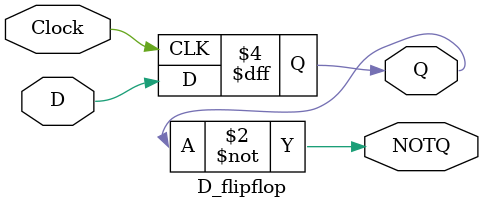
<source format=v>
module D_flipflop(
    input D, Clock,
    output reg Q,
    output NOTQ
    );
    
    initial begin
        Q <= 0;
    end
    
    always @(posedge Clock) 
        Q <= D;
        
        assign NOTQ = ~Q; 
endmodule

</source>
